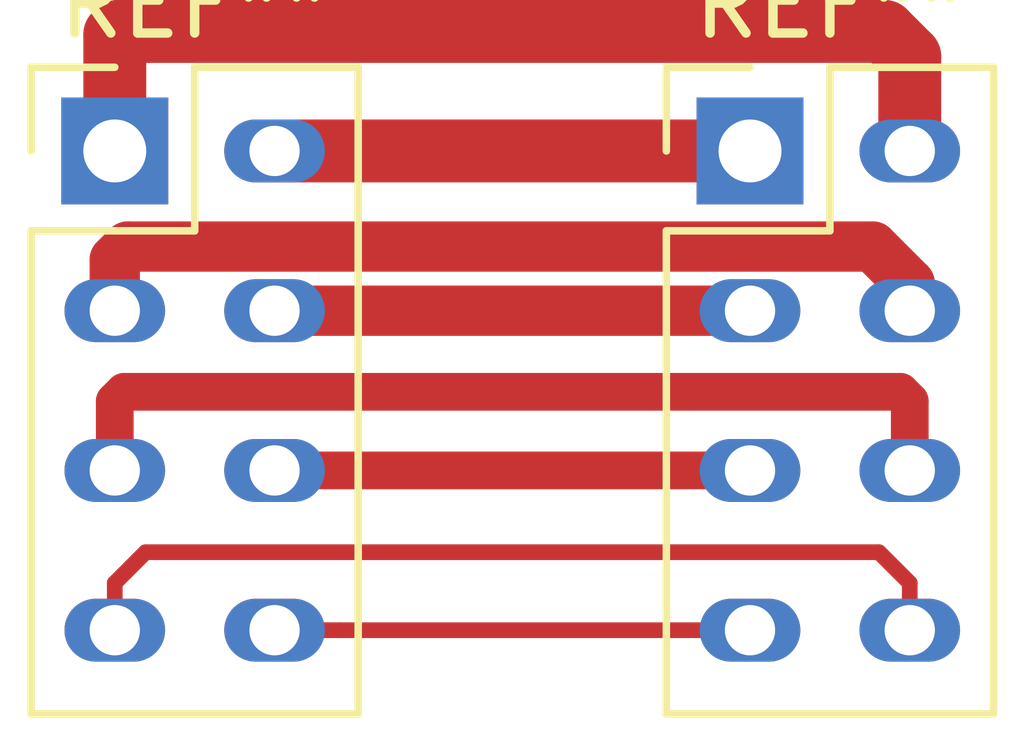
<source format=kicad_pcb>
(kicad_pcb (version 20171130) (host pcbnew "(5.1.5-0-10_14)")

  (general
    (thickness 1.6)
    (drawings 0)
    (tracks 25)
    (zones 0)
    (modules 2)
    (nets 1)
  )

  (page A4)
  (layers
    (0 F.Cu signal)
    (31 B.Cu signal)
    (32 B.Adhes user)
    (33 F.Adhes user)
    (34 B.Paste user hide)
    (35 F.Paste user)
    (36 B.SilkS user hide)
    (37 F.SilkS user hide)
    (38 B.Mask user hide)
    (39 F.Mask user hide)
    (40 Dwgs.User user hide)
    (41 Cmts.User user hide)
    (42 Eco1.User user hide)
    (43 Eco2.User user hide)
    (44 Edge.Cuts user)
    (45 Margin user hide)
    (46 B.CrtYd user hide)
    (47 F.CrtYd user hide)
    (48 B.Fab user hide)
    (49 F.Fab user hide)
  )

  (setup
    (last_trace_width 1)
    (user_trace_width 0.25)
    (user_trace_width 0.6)
    (user_trace_width 0.8)
    (user_trace_width 1)
    (trace_clearance 0.2)
    (zone_clearance 0.508)
    (zone_45_only no)
    (trace_min 0.2)
    (via_size 0.8)
    (via_drill 0.4)
    (via_min_size 0.4)
    (via_min_drill 0.3)
    (uvia_size 0.3)
    (uvia_drill 0.1)
    (uvias_allowed no)
    (uvia_min_size 0.2)
    (uvia_min_drill 0.1)
    (edge_width 0.05)
    (segment_width 0.2)
    (pcb_text_width 0.3)
    (pcb_text_size 1.5 1.5)
    (mod_edge_width 0.12)
    (mod_text_size 1 1)
    (mod_text_width 0.15)
    (pad_size 1.6 1)
    (pad_drill 0.8)
    (pad_to_mask_clearance 0.051)
    (solder_mask_min_width 0.25)
    (aux_axis_origin 0 0)
    (visible_elements FFFFFF7F)
    (pcbplotparams
      (layerselection 0x010fc_ffffffff)
      (usegerberextensions false)
      (usegerberattributes false)
      (usegerberadvancedattributes false)
      (creategerberjobfile false)
      (excludeedgelayer true)
      (linewidth 0.150000)
      (plotframeref false)
      (viasonmask false)
      (mode 1)
      (useauxorigin false)
      (hpglpennumber 1)
      (hpglpenspeed 20)
      (hpglpendiameter 15.000000)
      (psnegative false)
      (psa4output false)
      (plotreference true)
      (plotvalue true)
      (plotinvisibletext false)
      (padsonsilk false)
      (subtractmaskfromsilk false)
      (outputformat 1)
      (mirror false)
      (drillshape 1)
      (scaleselection 1)
      (outputdirectory ""))
  )

  (net 0 "")

  (net_class Default "This is the default net class."
    (clearance 0.2)
    (trace_width 0.25)
    (via_dia 0.8)
    (via_drill 0.4)
    (uvia_dia 0.3)
    (uvia_drill 0.1)
  )

  (module Connector_PinHeader_2.54mm:PinHeader_2x04_P2.54mm_Vertical (layer F.Cu) (tedit 5EC1626C) (tstamp 5EC230CB)
    (at 78.84 85.33)
    (descr "Through hole straight pin header, 2x04, 2.54mm pitch, double rows")
    (tags "Through hole pin header THT 2x04 2.54mm double row")
    (fp_text reference REF** (at 1.27 -2.33) (layer F.SilkS)
      (effects (font (size 1 1) (thickness 0.15)))
    )
    (fp_text value PinHeader_2x04_P2.54mm_Vertical (at 1.27 9.95) (layer F.Fab)
      (effects (font (size 1 1) (thickness 0.15)))
    )
    (fp_line (start 0 -1.27) (end 3.81 -1.27) (layer F.Fab) (width 0.1))
    (fp_line (start 3.81 -1.27) (end 3.81 8.89) (layer F.Fab) (width 0.1))
    (fp_line (start 3.81 8.89) (end -1.27 8.89) (layer F.Fab) (width 0.1))
    (fp_line (start -1.27 8.89) (end -1.27 0) (layer F.Fab) (width 0.1))
    (fp_line (start -1.27 0) (end 0 -1.27) (layer F.Fab) (width 0.1))
    (fp_line (start -1.33 8.95) (end 3.87 8.95) (layer F.SilkS) (width 0.12))
    (fp_line (start -1.33 1.27) (end -1.33 8.95) (layer F.SilkS) (width 0.12))
    (fp_line (start 3.87 -1.33) (end 3.87 8.95) (layer F.SilkS) (width 0.12))
    (fp_line (start -1.33 1.27) (end 1.27 1.27) (layer F.SilkS) (width 0.12))
    (fp_line (start 1.27 1.27) (end 1.27 -1.33) (layer F.SilkS) (width 0.12))
    (fp_line (start 1.27 -1.33) (end 3.87 -1.33) (layer F.SilkS) (width 0.12))
    (fp_line (start -1.33 0) (end -1.33 -1.33) (layer F.SilkS) (width 0.12))
    (fp_line (start -1.33 -1.33) (end 0 -1.33) (layer F.SilkS) (width 0.12))
    (fp_line (start -1.8 -1.8) (end -1.8 9.4) (layer F.CrtYd) (width 0.05))
    (fp_line (start -1.8 9.4) (end 4.35 9.4) (layer F.CrtYd) (width 0.05))
    (fp_line (start 4.35 9.4) (end 4.35 -1.8) (layer F.CrtYd) (width 0.05))
    (fp_line (start 4.35 -1.8) (end -1.8 -1.8) (layer F.CrtYd) (width 0.05))
    (fp_text user %R (at 1.27 3.81 90) (layer F.Fab)
      (effects (font (size 1 1) (thickness 0.15)))
    )
    (pad 1 thru_hole rect (at 0 0) (size 1.7 1.7) (drill 1) (layers *.Cu *.Mask))
    (pad 2 thru_hole oval (at 2.54 0) (size 1.6 1) (drill 0.8) (layers *.Cu *.Mask))
    (pad 3 thru_hole oval (at 0 2.54) (size 1.6 1) (drill 0.8) (layers *.Cu *.Mask))
    (pad 4 thru_hole oval (at 2.54 2.54) (size 1.6 1) (drill 0.8) (layers *.Cu *.Mask))
    (pad 5 thru_hole oval (at 0 5.08) (size 1.6 1) (drill 0.8) (layers *.Cu *.Mask))
    (pad 6 thru_hole oval (at 2.54 5.08) (size 1.6 1) (drill 0.8) (layers *.Cu *.Mask))
    (pad 7 thru_hole oval (at 0 7.62) (size 1.6 1) (drill 0.8) (layers *.Cu *.Mask))
    (pad 8 thru_hole oval (at 2.54 7.62) (size 1.6 1) (drill 0.8) (layers *.Cu *.Mask))
    (model ${KISYS3DMOD}/Connector_PinHeader_2.54mm.3dshapes/PinHeader_2x04_P2.54mm_Vertical.wrl
      (at (xyz 0 0 0))
      (scale (xyz 1 1 1))
      (rotate (xyz 0 0 0))
    )
  )

  (module Connector_PinHeader_2.54mm:PinHeader_2x04_P2.54mm_Vertical (layer F.Cu) (tedit 5EC16282) (tstamp 5EC230AC)
    (at 68.74 85.33)
    (descr "Through hole straight pin header, 2x04, 2.54mm pitch, double rows")
    (tags "Through hole pin header THT 2x04 2.54mm double row")
    (fp_text reference REF** (at 1.27 -2.33) (layer F.SilkS)
      (effects (font (size 1 1) (thickness 0.15)))
    )
    (fp_text value PinHeader_2x04_P2.54mm_Vertical (at 1.27 9.95) (layer F.Fab)
      (effects (font (size 1 1) (thickness 0.15)))
    )
    (fp_text user %R (at 1.27 3.81 90) (layer F.Fab)
      (effects (font (size 1 1) (thickness 0.15)))
    )
    (fp_line (start 4.35 -1.8) (end -1.8 -1.8) (layer F.CrtYd) (width 0.05))
    (fp_line (start 4.35 9.4) (end 4.35 -1.8) (layer F.CrtYd) (width 0.05))
    (fp_line (start -1.8 9.4) (end 4.35 9.4) (layer F.CrtYd) (width 0.05))
    (fp_line (start -1.8 -1.8) (end -1.8 9.4) (layer F.CrtYd) (width 0.05))
    (fp_line (start -1.33 -1.33) (end 0 -1.33) (layer F.SilkS) (width 0.12))
    (fp_line (start -1.33 0) (end -1.33 -1.33) (layer F.SilkS) (width 0.12))
    (fp_line (start 1.27 -1.33) (end 3.87 -1.33) (layer F.SilkS) (width 0.12))
    (fp_line (start 1.27 1.27) (end 1.27 -1.33) (layer F.SilkS) (width 0.12))
    (fp_line (start -1.33 1.27) (end 1.27 1.27) (layer F.SilkS) (width 0.12))
    (fp_line (start 3.87 -1.33) (end 3.87 8.95) (layer F.SilkS) (width 0.12))
    (fp_line (start -1.33 1.27) (end -1.33 8.95) (layer F.SilkS) (width 0.12))
    (fp_line (start -1.33 8.95) (end 3.87 8.95) (layer F.SilkS) (width 0.12))
    (fp_line (start -1.27 0) (end 0 -1.27) (layer F.Fab) (width 0.1))
    (fp_line (start -1.27 8.89) (end -1.27 0) (layer F.Fab) (width 0.1))
    (fp_line (start 3.81 8.89) (end -1.27 8.89) (layer F.Fab) (width 0.1))
    (fp_line (start 3.81 -1.27) (end 3.81 8.89) (layer F.Fab) (width 0.1))
    (fp_line (start 0 -1.27) (end 3.81 -1.27) (layer F.Fab) (width 0.1))
    (pad 8 thru_hole oval (at 2.54 7.62) (size 1.6 1) (drill 0.8) (layers *.Cu *.Mask))
    (pad 7 thru_hole oval (at 0 7.62) (size 1.6 1) (drill 0.8) (layers *.Cu *.Mask))
    (pad 6 thru_hole oval (at 2.54 5.08) (size 1.6 1) (drill 0.8) (layers *.Cu *.Mask))
    (pad 5 thru_hole oval (at 0 5.08) (size 1.6 1) (drill 0.8) (layers *.Cu *.Mask))
    (pad 4 thru_hole oval (at 2.54 2.54) (size 1.6 1) (drill 0.8) (layers *.Cu *.Mask))
    (pad 3 thru_hole oval (at 0 2.54) (size 1.6 1) (drill 0.8) (layers *.Cu *.Mask))
    (pad 2 thru_hole oval (at 2.54 0) (size 1.6 1) (drill 0.8) (layers *.Cu *.Mask))
    (pad 1 thru_hole rect (at 0 0) (size 1.7 1.7) (drill 1) (layers *.Cu *.Mask))
    (model ${KISYS3DMOD}/Connector_PinHeader_2.54mm.3dshapes/PinHeader_2x04_P2.54mm_Vertical.wrl
      (at (xyz 0 0 0))
      (scale (xyz 1 1 1))
      (rotate (xyz 0 0 0))
    )
  )

  (segment (start 72.33 92.95) (end 78.84 92.95) (width 0.25) (layer F.Cu) (net 0))
  (segment (start 71.28 92.95) (end 72.33 92.95) (width 0.25) (layer F.Cu) (net 0))
  (segment (start 80.89 91.71) (end 81.38 92.2) (width 0.25) (layer F.Cu) (net 0))
  (segment (start 81.38 92.2) (end 81.38 92.95) (width 0.25) (layer F.Cu) (net 0))
  (segment (start 69.23 91.71) (end 80.89 91.71) (width 0.25) (layer F.Cu) (net 0))
  (segment (start 68.74 92.2) (end 69.23 91.71) (width 0.25) (layer F.Cu) (net 0))
  (segment (start 68.74 92.95) (end 68.74 92.2) (width 0.25) (layer F.Cu) (net 0))
  (segment (start 71.28 90.41) (end 78.84 90.41) (width 0.6) (layer F.Cu) (net 0))
  (segment (start 81.38 89.31) (end 81.38 90.41) (width 0.6) (layer F.Cu) (net 0))
  (segment (start 81.23 89.16) (end 81.38 89.31) (width 0.6) (layer F.Cu) (net 0))
  (segment (start 68.74 89.31) (end 68.89 89.16) (width 0.6) (layer F.Cu) (net 0))
  (segment (start 68.89 89.16) (end 81.23 89.16) (width 0.6) (layer F.Cu) (net 0))
  (segment (start 68.74 90.41) (end 68.74 89.31) (width 0.6) (layer F.Cu) (net 0))
  (segment (start 71.28 87.87) (end 78.84 87.87) (width 0.8) (layer F.Cu) (net 0))
  (segment (start 68.74 87.87) (end 68.74 87.06) (width 0.8) (layer F.Cu) (net 0))
  (segment (start 68.74 87.06) (end 68.95 86.85) (width 0.8) (layer F.Cu) (net 0))
  (segment (start 68.95 86.85) (end 80.79 86.85) (width 0.8) (layer F.Cu) (net 0))
  (segment (start 81.38 87.44) (end 81.38 87.87) (width 0.8) (layer F.Cu) (net 0))
  (segment (start 80.79 86.85) (end 81.38 87.44) (width 0.8) (layer F.Cu) (net 0))
  (segment (start 71.28 85.33) (end 78.84 85.33) (width 1) (layer F.Cu) (net 0))
  (segment (start 81.38 83.83) (end 81.38 85.33) (width 1) (layer F.Cu) (net 0))
  (segment (start 80.98 83.43) (end 81.38 83.83) (width 1) (layer F.Cu) (net 0))
  (segment (start 68.79 83.43) (end 80.98 83.43) (width 1) (layer F.Cu) (net 0))
  (segment (start 68.74 83.48) (end 68.79 83.43) (width 1) (layer F.Cu) (net 0))
  (segment (start 68.74 85.33) (end 68.74 83.48) (width 1) (layer F.Cu) (net 0))

)

</source>
